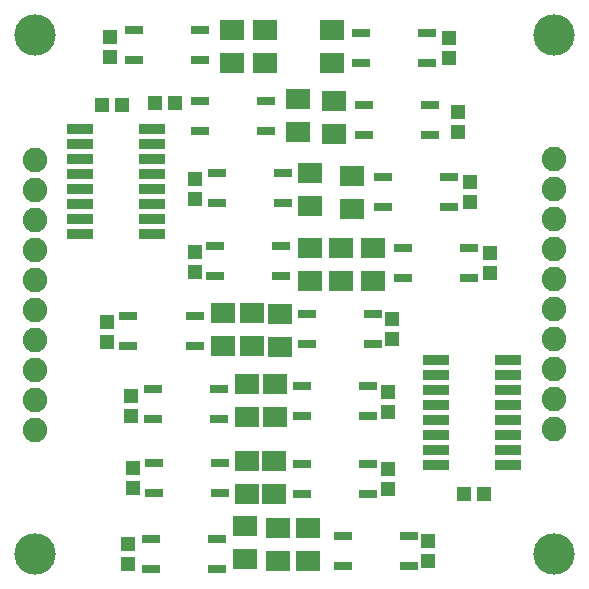
<source format=gbs>
G75*
G70*
%OFA0B0*%
%FSLAX24Y24*%
%IPPOS*%
%LPD*%
%AMOC8*
5,1,8,0,0,1.08239X$1,22.5*
%
%ADD10R,0.0880X0.0340*%
%ADD11R,0.0789X0.0710*%
%ADD12R,0.0592X0.0297*%
%ADD13R,0.0474X0.0513*%
%ADD14R,0.0513X0.0474*%
%ADD15C,0.1380*%
%ADD16C,0.0820*%
D10*
X002865Y012023D03*
X002865Y012523D03*
X002865Y013023D03*
X002865Y013523D03*
X002865Y014023D03*
X002865Y014523D03*
X002865Y015023D03*
X002865Y015523D03*
X005285Y015523D03*
X005285Y015023D03*
X005285Y014523D03*
X005285Y014023D03*
X005285Y013523D03*
X005285Y013023D03*
X005285Y012523D03*
X005285Y012023D03*
X014720Y007830D03*
X014720Y007330D03*
X014720Y006830D03*
X014720Y006330D03*
X014720Y005830D03*
X014720Y005330D03*
X014720Y004830D03*
X014720Y004330D03*
X017140Y004330D03*
X017140Y004830D03*
X017140Y005330D03*
X017140Y005830D03*
X017140Y006330D03*
X017140Y006830D03*
X017140Y007330D03*
X017140Y007830D03*
D11*
X012630Y010479D03*
X012630Y011581D03*
X011580Y011581D03*
X010530Y011581D03*
X010530Y010479D03*
X011580Y010479D03*
X009530Y009381D03*
X008619Y009392D03*
X007635Y009392D03*
X007635Y008289D03*
X008619Y008289D03*
X009530Y008279D03*
X009380Y007031D03*
X008435Y007030D03*
X008435Y005927D03*
X009380Y005929D03*
X009330Y004481D03*
X008435Y004467D03*
X008435Y003365D03*
X009330Y003379D03*
X009480Y002251D03*
X010480Y002251D03*
X010480Y001149D03*
X009480Y001149D03*
X008382Y001188D03*
X008382Y002290D03*
X010530Y012979D03*
X010530Y014081D03*
X010130Y015429D03*
X010130Y016531D03*
X011330Y016481D03*
X011330Y015379D03*
X011930Y013981D03*
X011930Y012879D03*
X011280Y017729D03*
X011280Y018831D03*
X009030Y018831D03*
X009030Y017729D03*
X007930Y017729D03*
X007930Y018831D03*
D12*
X006883Y018830D03*
X006883Y017830D03*
X006878Y016480D03*
X006878Y015480D03*
X007428Y014080D03*
X007428Y013080D03*
X007378Y011630D03*
X007378Y010630D03*
X006687Y009291D03*
X006687Y008291D03*
X007503Y006878D03*
X007503Y005878D03*
X007553Y004416D03*
X007553Y003416D03*
X007450Y001879D03*
X007450Y000879D03*
X005245Y000879D03*
X005245Y001879D03*
X005348Y003416D03*
X005348Y004416D03*
X005298Y005878D03*
X005298Y006878D03*
X004482Y008291D03*
X004482Y009291D03*
X009583Y010630D03*
X009583Y011630D03*
X009633Y013080D03*
X009633Y014080D03*
X009083Y015480D03*
X009083Y016480D03*
X012328Y016330D03*
X012328Y015330D03*
X012978Y013930D03*
X012978Y012930D03*
X013628Y011580D03*
X013628Y010580D03*
X012633Y009380D03*
X012633Y008380D03*
X012483Y006980D03*
X012483Y005980D03*
X012483Y004380D03*
X012483Y003380D03*
X011628Y001980D03*
X011628Y000980D03*
X013833Y000980D03*
X013833Y001980D03*
X010278Y003380D03*
X010278Y004380D03*
X010278Y005980D03*
X010278Y006980D03*
X010428Y008380D03*
X010428Y009380D03*
X015183Y012930D03*
X015183Y013930D03*
X014533Y015330D03*
X014533Y016330D03*
X014433Y017730D03*
X014433Y018730D03*
X012228Y018730D03*
X012228Y017730D03*
X015833Y011580D03*
X015833Y010580D03*
X004678Y017830D03*
X004678Y018830D03*
D13*
X003866Y018590D03*
X003866Y017921D03*
X006716Y013864D03*
X006716Y013195D03*
X006719Y011451D03*
X006719Y010782D03*
X003769Y009113D03*
X003769Y008444D03*
X004557Y006641D03*
X004557Y005972D03*
X004629Y004245D03*
X004629Y003576D03*
X004480Y001715D03*
X004480Y001045D03*
X013130Y003545D03*
X013130Y004215D03*
X013130Y006095D03*
X013130Y006765D03*
X013280Y008545D03*
X013280Y009215D03*
X016530Y010745D03*
X016530Y011415D03*
X015880Y013095D03*
X015880Y013765D03*
X015480Y015445D03*
X015480Y016115D03*
X015180Y017895D03*
X015180Y018565D03*
X014480Y001815D03*
X014480Y001145D03*
D14*
X015665Y003380D03*
X016335Y003380D03*
X006052Y016404D03*
X005382Y016404D03*
X004265Y016330D03*
X003595Y016330D03*
D15*
X001361Y001361D03*
X001361Y018684D03*
X018684Y018684D03*
X018684Y001361D03*
D16*
X018684Y005550D03*
X018684Y006550D03*
X018684Y007550D03*
X018684Y008550D03*
X018684Y009550D03*
X018684Y010550D03*
X018684Y011550D03*
X018684Y012550D03*
X018684Y013550D03*
X018684Y014550D03*
X001361Y014495D03*
X001361Y013495D03*
X001361Y012495D03*
X001361Y011495D03*
X001361Y010495D03*
X001361Y009495D03*
X001361Y008495D03*
X001361Y007495D03*
X001361Y006495D03*
X001361Y005495D03*
M02*

</source>
